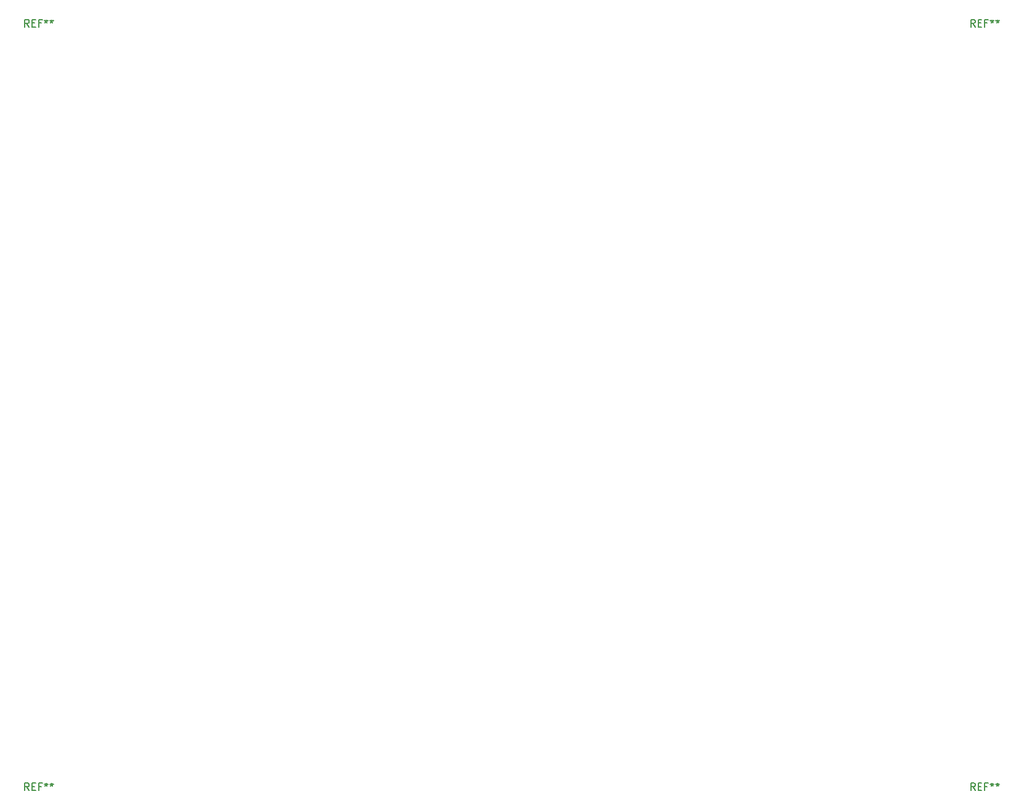
<source format=gbr>
%TF.GenerationSoftware,KiCad,Pcbnew,5.1.10-88a1d61d58~90~ubuntu20.04.1*%
%TF.CreationDate,2021-11-01T14:17:02+00:00*%
%TF.ProjectId,UFOMothership,55464f4d-6f74-4686-9572-736869702e6b,rev?*%
%TF.SameCoordinates,Original*%
%TF.FileFunction,Legend,Top*%
%TF.FilePolarity,Positive*%
%FSLAX46Y46*%
G04 Gerber Fmt 4.6, Leading zero omitted, Abs format (unit mm)*
G04 Created by KiCad (PCBNEW 5.1.10-88a1d61d58~90~ubuntu20.04.1) date 2021-11-01 14:17:02*
%MOMM*%
%LPD*%
G01*
G04 APERTURE LIST*
%ADD10C,0.150000*%
G04 APERTURE END LIST*
%TO.C,REF\u002A\u002A*%
D10*
X203666666Y-36252380D02*
X203333333Y-35776190D01*
X203095238Y-36252380D02*
X203095238Y-35252380D01*
X203476190Y-35252380D01*
X203571428Y-35300000D01*
X203619047Y-35347619D01*
X203666666Y-35442857D01*
X203666666Y-35585714D01*
X203619047Y-35680952D01*
X203571428Y-35728571D01*
X203476190Y-35776190D01*
X203095238Y-35776190D01*
X204095238Y-35728571D02*
X204428571Y-35728571D01*
X204571428Y-36252380D02*
X204095238Y-36252380D01*
X204095238Y-35252380D01*
X204571428Y-35252380D01*
X205333333Y-35728571D02*
X205000000Y-35728571D01*
X205000000Y-36252380D02*
X205000000Y-35252380D01*
X205476190Y-35252380D01*
X206000000Y-35252380D02*
X206000000Y-35490476D01*
X205761904Y-35395238D02*
X206000000Y-35490476D01*
X206238095Y-35395238D01*
X205857142Y-35680952D02*
X206000000Y-35490476D01*
X206142857Y-35680952D01*
X206761904Y-35252380D02*
X206761904Y-35490476D01*
X206523809Y-35395238D02*
X206761904Y-35490476D01*
X207000000Y-35395238D01*
X206619047Y-35680952D02*
X206761904Y-35490476D01*
X206904761Y-35680952D01*
X73666666Y-36252380D02*
X73333333Y-35776190D01*
X73095238Y-36252380D02*
X73095238Y-35252380D01*
X73476190Y-35252380D01*
X73571428Y-35300000D01*
X73619047Y-35347619D01*
X73666666Y-35442857D01*
X73666666Y-35585714D01*
X73619047Y-35680952D01*
X73571428Y-35728571D01*
X73476190Y-35776190D01*
X73095238Y-35776190D01*
X74095238Y-35728571D02*
X74428571Y-35728571D01*
X74571428Y-36252380D02*
X74095238Y-36252380D01*
X74095238Y-35252380D01*
X74571428Y-35252380D01*
X75333333Y-35728571D02*
X75000000Y-35728571D01*
X75000000Y-36252380D02*
X75000000Y-35252380D01*
X75476190Y-35252380D01*
X76000000Y-35252380D02*
X76000000Y-35490476D01*
X75761904Y-35395238D02*
X76000000Y-35490476D01*
X76238095Y-35395238D01*
X75857142Y-35680952D02*
X76000000Y-35490476D01*
X76142857Y-35680952D01*
X76761904Y-35252380D02*
X76761904Y-35490476D01*
X76523809Y-35395238D02*
X76761904Y-35490476D01*
X77000000Y-35395238D01*
X76619047Y-35680952D02*
X76761904Y-35490476D01*
X76904761Y-35680952D01*
X73666666Y-141252380D02*
X73333333Y-140776190D01*
X73095238Y-141252380D02*
X73095238Y-140252380D01*
X73476190Y-140252380D01*
X73571428Y-140300000D01*
X73619047Y-140347619D01*
X73666666Y-140442857D01*
X73666666Y-140585714D01*
X73619047Y-140680952D01*
X73571428Y-140728571D01*
X73476190Y-140776190D01*
X73095238Y-140776190D01*
X74095238Y-140728571D02*
X74428571Y-140728571D01*
X74571428Y-141252380D02*
X74095238Y-141252380D01*
X74095238Y-140252380D01*
X74571428Y-140252380D01*
X75333333Y-140728571D02*
X75000000Y-140728571D01*
X75000000Y-141252380D02*
X75000000Y-140252380D01*
X75476190Y-140252380D01*
X76000000Y-140252380D02*
X76000000Y-140490476D01*
X75761904Y-140395238D02*
X76000000Y-140490476D01*
X76238095Y-140395238D01*
X75857142Y-140680952D02*
X76000000Y-140490476D01*
X76142857Y-140680952D01*
X76761904Y-140252380D02*
X76761904Y-140490476D01*
X76523809Y-140395238D02*
X76761904Y-140490476D01*
X77000000Y-140395238D01*
X76619047Y-140680952D02*
X76761904Y-140490476D01*
X76904761Y-140680952D01*
X203666666Y-141252380D02*
X203333333Y-140776190D01*
X203095238Y-141252380D02*
X203095238Y-140252380D01*
X203476190Y-140252380D01*
X203571428Y-140300000D01*
X203619047Y-140347619D01*
X203666666Y-140442857D01*
X203666666Y-140585714D01*
X203619047Y-140680952D01*
X203571428Y-140728571D01*
X203476190Y-140776190D01*
X203095238Y-140776190D01*
X204095238Y-140728571D02*
X204428571Y-140728571D01*
X204571428Y-141252380D02*
X204095238Y-141252380D01*
X204095238Y-140252380D01*
X204571428Y-140252380D01*
X205333333Y-140728571D02*
X205000000Y-140728571D01*
X205000000Y-141252380D02*
X205000000Y-140252380D01*
X205476190Y-140252380D01*
X206000000Y-140252380D02*
X206000000Y-140490476D01*
X205761904Y-140395238D02*
X206000000Y-140490476D01*
X206238095Y-140395238D01*
X205857142Y-140680952D02*
X206000000Y-140490476D01*
X206142857Y-140680952D01*
X206761904Y-140252380D02*
X206761904Y-140490476D01*
X206523809Y-140395238D02*
X206761904Y-140490476D01*
X207000000Y-140395238D01*
X206619047Y-140680952D02*
X206761904Y-140490476D01*
X206904761Y-140680952D01*
%TD*%
M02*

</source>
